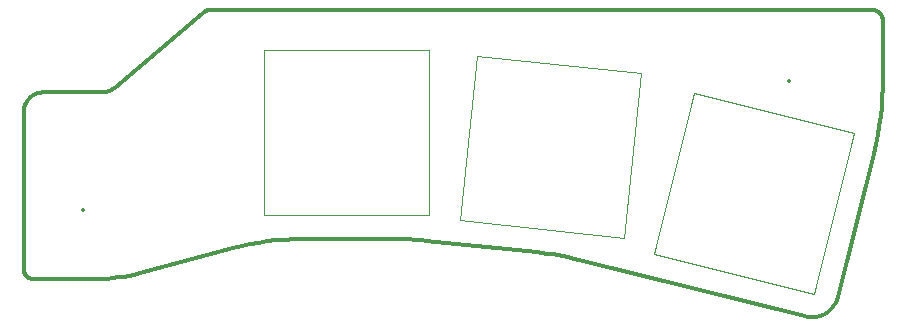
<source format=gtl>
%TF.GenerationSoftware,KiCad,Pcbnew,(6.0.6)*%
%TF.CreationDate,2022-09-19T19:58:40+09:00*%
%TF.ProjectId,split-mini_top__2,73706c69-742d-46d6-996e-695f746f705f,rev?*%
%TF.SameCoordinates,Original*%
%TF.FileFunction,Copper,L1,Top*%
%TF.FilePolarity,Positive*%
%FSLAX46Y46*%
G04 Gerber Fmt 4.6, Leading zero omitted, Abs format (unit mm)*
G04 Created by KiCad (PCBNEW (6.0.6)) date 2022-09-19 19:58:40*
%MOMM*%
%LPD*%
G01*
G04 APERTURE LIST*
%TA.AperFunction,Profile*%
%ADD10C,0.349999*%
%TD*%
%TA.AperFunction,Profile*%
%ADD11C,0.120000*%
%TD*%
%ADD12C,0.350000*%
G04 APERTURE END LIST*
D10*
X63937047Y-78670451D02*
X119203786Y-78670416D01*
X63937047Y-78670451D02*
X63937047Y-78670451D01*
X63890902Y-78671472D02*
X63937047Y-78670451D01*
X63845008Y-78674525D02*
X63890902Y-78671472D01*
X63799426Y-78679586D02*
X63845008Y-78674525D01*
X63754219Y-78686631D02*
X63799426Y-78679586D01*
X63709450Y-78695639D02*
X63754219Y-78686631D01*
X63665180Y-78706587D02*
X63709450Y-78695639D01*
X63621473Y-78719451D02*
X63665180Y-78706587D01*
X63578390Y-78734208D02*
X63621473Y-78719451D01*
X63535994Y-78750835D02*
X63578390Y-78734208D01*
X63494347Y-78769311D02*
X63535994Y-78750835D01*
X63453511Y-78789611D02*
X63494347Y-78769311D01*
X63413550Y-78811713D02*
X63453511Y-78789611D01*
X63374525Y-78835594D02*
X63413550Y-78811713D01*
X63336499Y-78861231D02*
X63374525Y-78835594D01*
X63299534Y-78888601D02*
X63336499Y-78861231D01*
X63263692Y-78917681D02*
X63299534Y-78888601D01*
X63263692Y-78917681D02*
X63263692Y-78917681D01*
X55818738Y-85237547D02*
X63263692Y-78917681D01*
X55818738Y-85237547D02*
X55818738Y-85237547D01*
X55755982Y-85288465D02*
X55818738Y-85237547D01*
X55691258Y-85336388D02*
X55755982Y-85288465D01*
X55624677Y-85381276D02*
X55691258Y-85336388D01*
X55556348Y-85423090D02*
X55624677Y-85381276D01*
X55486380Y-85461788D02*
X55556348Y-85423090D01*
X55414881Y-85497331D02*
X55486380Y-85461788D01*
X55341962Y-85529679D02*
X55414881Y-85497331D01*
X55267731Y-85558792D02*
X55341962Y-85529679D01*
X55192297Y-85584630D02*
X55267731Y-85558792D01*
X55115771Y-85607152D02*
X55192297Y-85584630D01*
X55038260Y-85626319D02*
X55115771Y-85607152D01*
X54959874Y-85642090D02*
X55038260Y-85626319D01*
X54880723Y-85654425D02*
X54959874Y-85642090D01*
X54800915Y-85663285D02*
X54880723Y-85654425D01*
X54720561Y-85668628D02*
X54800915Y-85663285D01*
X54639768Y-85670416D02*
X54720561Y-85668628D01*
X54639768Y-85670416D02*
X54639768Y-85670416D01*
X49728810Y-85670450D02*
X54639768Y-85670416D01*
X49728810Y-85670450D02*
X49728810Y-85670450D01*
X49641780Y-85672654D02*
X49728810Y-85670450D01*
X49555893Y-85679188D02*
X49641780Y-85672654D01*
X49471254Y-85689946D02*
X49555893Y-85679188D01*
X49387971Y-85704822D02*
X49471254Y-85689946D01*
X49306149Y-85723709D02*
X49387971Y-85704822D01*
X49225895Y-85746501D02*
X49306149Y-85723709D01*
X49147314Y-85773092D02*
X49225895Y-85746501D01*
X49070514Y-85803376D02*
X49147314Y-85773092D01*
X48995600Y-85837246D02*
X49070514Y-85803376D01*
X48922679Y-85874596D02*
X48995600Y-85837246D01*
X48851856Y-85915320D02*
X48922679Y-85874596D01*
X48783239Y-85959311D02*
X48851856Y-85915320D01*
X48716933Y-86006464D02*
X48783239Y-85959311D01*
X48653045Y-86056672D02*
X48716933Y-86006464D01*
X48591681Y-86109829D02*
X48653045Y-86056672D01*
X48532948Y-86165828D02*
X48591681Y-86109829D01*
X48476950Y-86224563D02*
X48532948Y-86165828D01*
X48423795Y-86285928D02*
X48476950Y-86224563D01*
X48373590Y-86349817D02*
X48423795Y-86285928D01*
X48326439Y-86416124D02*
X48373590Y-86349817D01*
X48282450Y-86484741D02*
X48326439Y-86416124D01*
X48241729Y-86555564D02*
X48282450Y-86484741D01*
X48204381Y-86628485D02*
X48241729Y-86555564D01*
X48170514Y-86703399D02*
X48204381Y-86628485D01*
X48140234Y-86780198D02*
X48170514Y-86703399D01*
X48113646Y-86858778D02*
X48140234Y-86780198D01*
X48090857Y-86939031D02*
X48113646Y-86858778D01*
X48071974Y-87020851D02*
X48090857Y-86939031D01*
X48057102Y-87104133D02*
X48071974Y-87020851D01*
X48046348Y-87188769D02*
X48057102Y-87104133D01*
X48039818Y-87274654D02*
X48046348Y-87188769D01*
X48037618Y-87361681D02*
X48039818Y-87274654D01*
X48037618Y-87361681D02*
X48037618Y-87361681D01*
X48037618Y-99830292D02*
X48037618Y-87361681D01*
X119810849Y-78670451D02*
X119203786Y-78670416D01*
X119810849Y-78670451D02*
X119810849Y-78670451D01*
X119861055Y-78671722D02*
X119810849Y-78670451D01*
X119910602Y-78675491D02*
X119861055Y-78671722D01*
X119959428Y-78681697D02*
X119910602Y-78675491D01*
X120007473Y-78690279D02*
X119959428Y-78681697D01*
X120054674Y-78701174D02*
X120007473Y-78690279D01*
X120100971Y-78714322D02*
X120054674Y-78701174D01*
X120146303Y-78729662D02*
X120100971Y-78714322D01*
X120190608Y-78747132D02*
X120146303Y-78729662D01*
X120233824Y-78766671D02*
X120190608Y-78747132D01*
X120275891Y-78788217D02*
X120233824Y-78766671D01*
X120316747Y-78811710D02*
X120275891Y-78788217D01*
X120356331Y-78837087D02*
X120316747Y-78811710D01*
X120394582Y-78864289D02*
X120356331Y-78837087D01*
X120431438Y-78893252D02*
X120394582Y-78864289D01*
X120466838Y-78923917D02*
X120431438Y-78893252D01*
X120500721Y-78956222D02*
X120466838Y-78923917D01*
X120533025Y-78990105D02*
X120500721Y-78956222D01*
X120563689Y-79025505D02*
X120533025Y-78990105D01*
X120592652Y-79062360D02*
X120563689Y-79025505D01*
X120619853Y-79100611D02*
X120592652Y-79062360D01*
X120645230Y-79140195D02*
X120619853Y-79100611D01*
X120668721Y-79181050D02*
X120645230Y-79140195D01*
X120690267Y-79223116D02*
X120668721Y-79181050D01*
X120709804Y-79266332D02*
X120690267Y-79223116D01*
X120727273Y-79310635D02*
X120709804Y-79266332D01*
X120742611Y-79355966D02*
X120727273Y-79310635D01*
X120755758Y-79402261D02*
X120742611Y-79355966D01*
X120766652Y-79449461D02*
X120755758Y-79402261D01*
X120775232Y-79497503D02*
X120766652Y-79449461D01*
X120781436Y-79546328D02*
X120775232Y-79497503D01*
X120785204Y-79595872D02*
X120781436Y-79546328D01*
X120786473Y-79646075D02*
X120785204Y-79595872D01*
X120786473Y-79646075D02*
X120786473Y-79646075D01*
X120786473Y-84494249D02*
X120786473Y-79646075D01*
X120786473Y-84494249D02*
X120786473Y-84494249D01*
X120774186Y-85298117D02*
X120786473Y-84494249D01*
X120737370Y-86100671D02*
X120774186Y-85298117D01*
X120676094Y-86901352D02*
X120737370Y-86100671D01*
X120590426Y-87699605D02*
X120676094Y-86901352D01*
X120480435Y-88494871D02*
X120590426Y-87699605D01*
X120346188Y-89286593D02*
X120480435Y-88494871D01*
X120187753Y-90074213D02*
X120346188Y-89286593D01*
X120005200Y-90857175D02*
X120187753Y-90074213D01*
X120005200Y-90857175D02*
X120005200Y-90857175D01*
X116980863Y-102987137D02*
X120005200Y-90857175D01*
X116980863Y-102987137D02*
X116980863Y-102987137D01*
X116949745Y-103099730D02*
X116980863Y-102987137D01*
X116913361Y-103209430D02*
X116949745Y-103099730D01*
X116871882Y-103316132D02*
X116913361Y-103209430D01*
X116825483Y-103419734D02*
X116871882Y-103316132D01*
X116774335Y-103520130D02*
X116825483Y-103419734D01*
X116718611Y-103617219D02*
X116774335Y-103520130D01*
X116658485Y-103710895D02*
X116718611Y-103617219D01*
X116594128Y-103801054D02*
X116658485Y-103710895D01*
X116525715Y-103887594D02*
X116594128Y-103801054D01*
X116453418Y-103970409D02*
X116525715Y-103887594D01*
X116377409Y-104049397D02*
X116453418Y-103970409D01*
X116297862Y-104124453D02*
X116377409Y-104049397D01*
X116214949Y-104195474D02*
X116297862Y-104124453D01*
X116128843Y-104262355D02*
X116214949Y-104195474D01*
X116039717Y-104324993D02*
X116128843Y-104262355D01*
X115947744Y-104383284D02*
X116039717Y-104324993D01*
X115853097Y-104437124D02*
X115947744Y-104383284D01*
X115755948Y-104486410D02*
X115853097Y-104437124D01*
X115656471Y-104531036D02*
X115755948Y-104486410D01*
X115554838Y-104570901D02*
X115656471Y-104531036D01*
X115451222Y-104605899D02*
X115554838Y-104570901D01*
X115345795Y-104635926D02*
X115451222Y-104605899D01*
X115238732Y-104660880D02*
X115345795Y-104635926D01*
X115130204Y-104680656D02*
X115238732Y-104660880D01*
X115020384Y-104695151D02*
X115130204Y-104680656D01*
X114909446Y-104704259D02*
X115020384Y-104695151D01*
X114797562Y-104707879D02*
X114909446Y-104704259D01*
X114684904Y-104705905D02*
X114797562Y-104707879D01*
X114571647Y-104698234D02*
X114684904Y-104705905D01*
X114457961Y-104684762D02*
X114571647Y-104698234D01*
X114344022Y-104665385D02*
X114457961Y-104684762D01*
X114230000Y-104640000D02*
X114344022Y-104665385D01*
X114230000Y-104640000D02*
X114230000Y-104640000D01*
X95046544Y-99857041D02*
X114230000Y-104640000D01*
X95046544Y-99857041D02*
X95046544Y-99857041D01*
X94603596Y-99750697D02*
X95046544Y-99857041D01*
X94158958Y-99652123D02*
X94603596Y-99750697D01*
X93712735Y-99561338D02*
X94158958Y-99652123D01*
X93265029Y-99478360D02*
X93712735Y-99561338D01*
X92815943Y-99403207D02*
X93265029Y-99478360D01*
X92365581Y-99335896D02*
X92815943Y-99403207D01*
X91914045Y-99276447D02*
X92365581Y-99335896D01*
X91461438Y-99224877D02*
X91914045Y-99276447D01*
X91461438Y-99224877D02*
X91461438Y-99224877D01*
X82114419Y-98242447D02*
X91461438Y-99224877D01*
X82114419Y-98242447D02*
X82114419Y-98242447D01*
X81764680Y-98208004D02*
X82114419Y-98242447D01*
X81414568Y-98178145D02*
X81764680Y-98208004D01*
X81064127Y-98152874D02*
X81414568Y-98178145D01*
X80713400Y-98132192D02*
X81064127Y-98152874D01*
X80362433Y-98116103D02*
X80713400Y-98132192D01*
X80011269Y-98104609D02*
X80362433Y-98116103D01*
X79659953Y-98097712D02*
X80011269Y-98104609D01*
X79308530Y-98095414D02*
X79659953Y-98097712D01*
X79308530Y-98095414D02*
X79308530Y-98095414D01*
X71626344Y-98095437D02*
X79308530Y-98095414D01*
X71626344Y-98095437D02*
X71626344Y-98095437D01*
X70885313Y-98107584D02*
X71626344Y-98095437D01*
X70145676Y-98143985D02*
X70885313Y-98107584D01*
X69408024Y-98204561D02*
X70145676Y-98143985D01*
X68672947Y-98289236D02*
X69408024Y-98204561D01*
X67941037Y-98397930D02*
X68672947Y-98289236D01*
X67212884Y-98530567D02*
X67941037Y-98397930D01*
X66489079Y-98687068D02*
X67212884Y-98530567D01*
X65770211Y-98867356D02*
X66489079Y-98687068D01*
X65770211Y-98867356D02*
X65770211Y-98867356D01*
X57863942Y-100988648D02*
X65770211Y-98867356D01*
X57863942Y-100988648D02*
X57863942Y-100988648D01*
X57415266Y-101101170D02*
X57863942Y-100988648D01*
X56963507Y-101198846D02*
X57415266Y-101101170D01*
X56509033Y-101281627D02*
X56963507Y-101198846D01*
X56052216Y-101349465D02*
X56509033Y-101281627D01*
X55593422Y-101402311D02*
X56052216Y-101349465D01*
X55133021Y-101440117D02*
X55593422Y-101402311D01*
X54671382Y-101462834D02*
X55133021Y-101440117D01*
X54208875Y-101470414D02*
X54671382Y-101462834D01*
X54208875Y-101470414D02*
X54208875Y-101470414D01*
X48850476Y-101470444D02*
X54208875Y-101470414D01*
X48850476Y-101470444D02*
X48850476Y-101470444D01*
X48810169Y-101469447D02*
X48850476Y-101470444D01*
X48770135Y-101466470D02*
X48810169Y-101469447D01*
X48730442Y-101461540D02*
X48770135Y-101466470D01*
X48691155Y-101454687D02*
X48730442Y-101461540D01*
X48652342Y-101445936D02*
X48691155Y-101454687D01*
X48614070Y-101435317D02*
X48652342Y-101445936D01*
X48576403Y-101422856D02*
X48614070Y-101435317D01*
X48539411Y-101408580D02*
X48576403Y-101422856D01*
X48503158Y-101392519D02*
X48539411Y-101408580D01*
X48467711Y-101374698D02*
X48503158Y-101392519D01*
X48433138Y-101355146D02*
X48467711Y-101374698D01*
X48399505Y-101333891D02*
X48433138Y-101355146D01*
X48366878Y-101310959D02*
X48399505Y-101333891D01*
X48335323Y-101286379D02*
X48366878Y-101310959D01*
X48304909Y-101260178D02*
X48335323Y-101286379D01*
X48275701Y-101232384D02*
X48304909Y-101260178D01*
X48275701Y-101232384D02*
X48275701Y-101232384D01*
X48247905Y-101203177D02*
X48275701Y-101232384D01*
X48221703Y-101172764D02*
X48247905Y-101203177D01*
X48197121Y-101141211D02*
X48221703Y-101172764D01*
X48174188Y-101108584D02*
X48197121Y-101141211D01*
X48152931Y-101074951D02*
X48174188Y-101108584D01*
X48133378Y-101040378D02*
X48152931Y-101074951D01*
X48115556Y-101004931D02*
X48133378Y-101040378D01*
X48099493Y-100968677D02*
X48115556Y-101004931D01*
X48085216Y-100931683D02*
X48099493Y-100968677D01*
X48072754Y-100894015D02*
X48085216Y-100931683D01*
X48062133Y-100855740D02*
X48072754Y-100894015D01*
X48053381Y-100816924D02*
X48062133Y-100855740D01*
X48046526Y-100777634D02*
X48053381Y-100816924D01*
X48041595Y-100737937D02*
X48046526Y-100777634D01*
X48038617Y-100697898D02*
X48041595Y-100737937D01*
X48037618Y-100657586D02*
X48038617Y-100697898D01*
X48037618Y-100657586D02*
X48037618Y-100657586D01*
X48037618Y-99830292D02*
X48037618Y-100657586D01*
D11*
%TO.C,SW16*%
X68370000Y-82080000D02*
X68370000Y-96080000D01*
X68370000Y-96080000D02*
X82370000Y-96080000D01*
X82370000Y-82080000D02*
X68370000Y-82080000D01*
X82370000Y-96080000D02*
X82370000Y-82080000D01*
%TO.C,SW18*%
X101383577Y-99337617D02*
X114967717Y-102724523D01*
X104770483Y-85753477D02*
X101383577Y-99337617D01*
X118354623Y-89140383D02*
X104770483Y-85753477D01*
X114967717Y-102724523D02*
X118354623Y-89140383D01*
%TO.C,SW17*%
X100346253Y-84056746D02*
X86422946Y-82593347D01*
X86422946Y-82593347D02*
X84959547Y-96516654D01*
X84959547Y-96516654D02*
X98882854Y-97980053D01*
X98882854Y-97980053D02*
X100346253Y-84056746D01*
%TD*%
D12*
X112800000Y-84690000D03*
X53040000Y-95600000D03*
M02*

</source>
